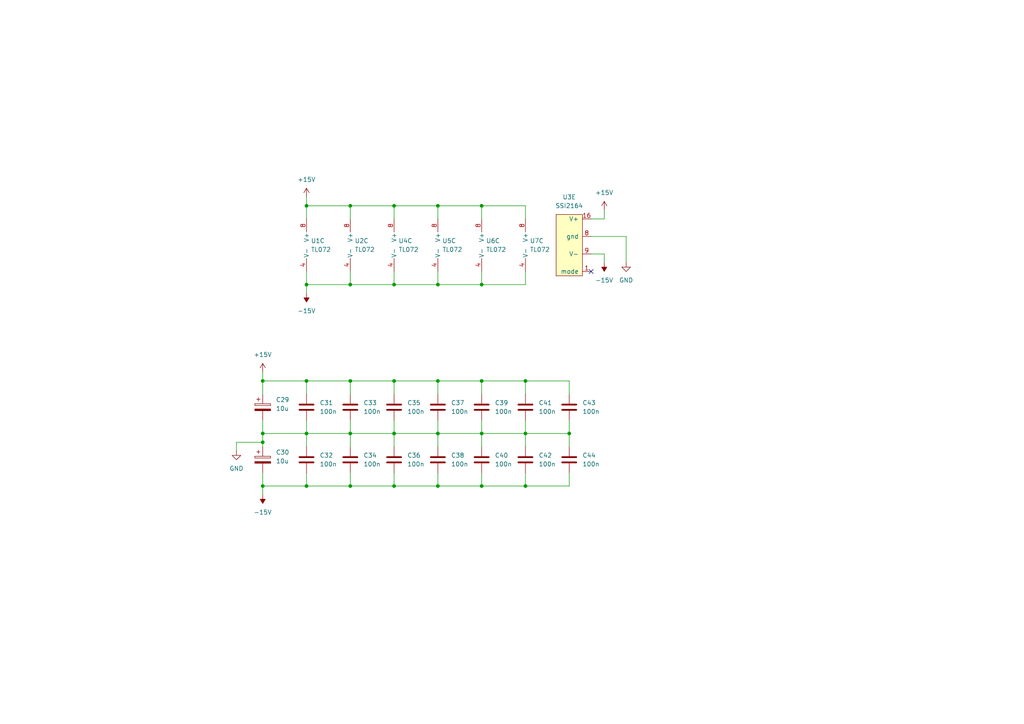
<source format=kicad_sch>
(kicad_sch (version 20230121) (generator eeschema)
  (paper "A4")
  (title_block (title "M.S.M. Stereo Lowpass Filter Pedal") (date "2022-06-16") (rev "0") (comment 2 "creativecommons.org/licenses/by/4.0") (comment 3 "License: CC by 4.0") (comment 4 "Author: Jordan Aceto"))
  (lib_symbols
    (symbol "Amplifier_Operational:TL072" (pin_names (offset 0.127))
      (property "Reference" "U" (at 0 5.08 0))
      (property "Value" "TL072" (at 0 -5.08 0))
      (symbol "TL072_1_1"
        (polyline (pts (xy -5.08 5.08) (xy 5.08 0) (xy -5.08 -5.08) (xy -5.08 5.08)) (stroke (width 0.254)) (fill (type background)))
        (pin output line (at 7.62 0 180) (length 2.54) (name "~") (number "1"))
        (pin input line (at -7.62 -2.54 0) (length 2.54) (name "-") (number "2"))
        (pin input line (at -7.62 2.54 0) (length 2.54) (name "+") (number "3"))
      )
      (symbol "TL072_2_1"
        (polyline (pts (xy -5.08 5.08) (xy 5.08 0) (xy -5.08 -5.08) (xy -5.08 5.08)) (stroke (width 0.254)) (fill (type background)))
        (pin input line (at -7.62 2.54 0) (length 2.54) (name "+") (number "5"))
        (pin input line (at -7.62 -2.54 0) (length 2.54) (name "-") (number "6"))
        (pin output line (at 7.62 0 180) (length 2.54) (name "~") (number "7"))
      )
      (symbol "TL072_3_1"
        (pin power_in line (at -2.54 -7.62 90) (length 3.81) (name "V-") (number "4"))
        (pin power_in line (at -2.54 7.62 270) (length 3.81) (name "V+") (number "8"))
      )
    )
    (symbol "Device:C" (pin_numbers hide) (pin_names (offset 0.254))
      (property "Reference" "C" (at 0.635 2.54 0))
      (property "Value" "C" (at 0.635 -2.54 0))
      (symbol "C_0_1"
        (polyline (pts (xy -2.032 -0.762) (xy 2.032 -0.762)) (stroke (width 0.508)))
        (polyline (pts (xy -2.032 0.762) (xy 2.032 0.762)) (stroke (width 0.508)))
      )
      (symbol "C_1_1"
        (pin passive line (at 0 3.81 270) (length 2.794) (name "~") (number "1"))
        (pin passive line (at 0 -3.81 90) (length 2.794) (name "~") (number "2"))
      )
    )
    (symbol "Device:C_Polarized" (pin_numbers hide) (pin_names (offset 0.254))
      (property "Reference" "C" (at 0.635 2.54 0))
      (property "Value" "C_Polarized" (at 0.635 -2.54 0))
      (symbol "C_Polarized_0_1"
        (rectangle (start -2.286 0.508) (end 2.286 1.016))
        (polyline (pts (xy -1.778 2.286) (xy -0.762 2.286)))
        (polyline (pts (xy -1.27 2.794) (xy -1.27 1.778)))
        (rectangle (start 2.286 -0.508) (end -2.286 -1.016) (fill (type outline)))
      )
      (symbol "C_Polarized_1_1"
        (pin passive line (at 0 3.81 270) (length 2.794) (name "~") (number "1"))
        (pin passive line (at 0 -3.81 90) (length 2.794) (name "~") (number "2"))
      )
    )
    (symbol "custom_symbols:SSI2164" (pin_names (offset 1.016))
      (property "Reference" "U?" (at 2.54 10.16 0))
      (property "Value" "SSI2164" (at 2.54 7.62 0))
      (symbol "SSI2164_1_1"
        (rectangle (start -5.08 5.08) (end 5.08 -5.08) (fill (type background)))
        (polyline (pts (xy 5.08 5.08) (xy -5.08 -5.08)))
        (polyline (pts (xy 5.08 5.08) (xy 10.16 0) (xy 5.08 -5.08) (xy -5.08 5.08)) (fill (type background)))
        (pin input line (at -7.62 0 0) (length 2.54) (name "~") (number "2"))
        (pin input line (at 0 -7.62 90) (length 2.54) (name "~") (number "3"))
        (pin output line (at 12.7 0 180) (length 2.54) (name "~") (number "4"))
      )
      (symbol "SSI2164_2_1"
        (rectangle (start -5.08 5.08) (end 5.08 -5.08) (fill (type background)))
        (polyline (pts (xy 5.08 5.08) (xy -5.08 -5.08)))
        (polyline (pts (xy 5.08 5.08) (xy 10.16 0) (xy 5.08 -5.08) (xy -5.08 5.08)) (fill (type background)))
        (pin output line (at 12.7 0 180) (length 2.54) (name "~") (number "5"))
        (pin input line (at 0 -7.62 90) (length 2.54) (name "~") (number "6"))
        (pin input line (at -7.62 0 0) (length 2.54) (name "~") (number "7"))
      )
      (symbol "SSI2164_3_1"
        (rectangle (start -5.08 5.08) (end 5.08 -5.08) (fill (type background)))
        (polyline (pts (xy 5.08 5.08) (xy -5.08 -5.08)))
        (polyline (pts (xy 5.08 5.08) (xy 10.16 0) (xy 5.08 -5.08) (xy -5.08 5.08)) (fill (type background)))
        (pin input line (at -7.62 0 0) (length 2.54) (name "~") (number "10"))
        (pin input line (at 0 -7.62 90) (length 2.54) (name "~") (number "11"))
        (pin output line (at 12.7 0 180) (length 2.54) (name "~") (number "12"))
      )
      (symbol "SSI2164_4_1"
        (rectangle (start -5.08 5.08) (end 5.08 -5.08) (fill (type background)))
        (polyline (pts (xy 5.08 5.08) (xy -5.08 -5.08)))
        (polyline (pts (xy 5.08 5.08) (xy 10.16 0) (xy 5.08 -5.08) (xy -5.08 5.08)) (fill (type background)))
        (pin output line (at 12.7 0 180) (length 2.54) (name "~") (number "13"))
        (pin input line (at 0 -7.62 90) (length 2.54) (name "~") (number "14"))
        (pin input line (at -7.62 0 0) (length 2.54) (name "~") (number "15"))
      )
      (symbol "SSI2164_5_1"
        (rectangle (start 2.54 6.35) (end -5.08 -11.43) (fill (type background)))
        (pin input line (at 5.08 -10.16 180) (length 2.54) (name "mode") (number "1"))
        (pin power_in line (at 5.08 5.08 180) (length 2.54) (name "V+") (number "16"))
        (pin power_in line (at 5.08 0 180) (length 2.54) (name "gnd") (number "8"))
        (pin power_in line (at 5.08 -5.08 180) (length 2.54) (name "V-") (number "9"))
      )
    )
    (symbol "power:+15V" (power) (pin_names (offset 0))
      (property "Value" "+15V" (at 0 3.556 0))
      (symbol "+15V_0_1"
        (polyline (pts (xy -0.762 1.27) (xy 0 2.54)))
        (polyline (pts (xy 0 0) (xy 0 2.54)))
        (polyline (pts (xy 0 2.54) (xy 0.762 1.27)))
      )
      (symbol "+15V_1_1"
        (pin power_in line (at 0 0 90) (length 0) hide (name "+15V") (number "1"))
      )
    )
    (symbol "power:-15V" (power) (pin_names (offset 0))
      (property "Value" "-15V" (at 0 3.81 0))
      (symbol "-15V_0_0"
        (pin power_in line (at 0 0 90) (length 0) hide (name "-15V") (number "1"))
      )
      (symbol "-15V_0_1"
        (polyline (pts (xy 0 0) (xy 0 1.27) (xy 0.762 1.27) (xy 0 2.54) (xy -0.762 1.27) (xy 0 1.27)) (fill (type outline)))
      )
    )
    (symbol "power:GND" (power) (pin_names (offset 0))
      (property "Value" "GND" (at 0 -3.81 0))
      (symbol "GND_0_1"
        (polyline (pts (xy 0 0) (xy 0 -1.27) (xy 1.27 -1.27) (xy 0 -2.54) (xy -1.27 -1.27) (xy 0 -1.27)))
      )
      (symbol "GND_1_1"
        (pin power_in line (at 0 0 270) (length 0) hide (name "GND") (number "1"))
      )
    )
  )
  (junction (at 127 110.49))
  (junction (at 139.7 110.49))
  (junction (at 76.2 125.73))
  (junction (at 101.6 82.55))
  (junction (at 152.4 140.97))
  (junction (at 114.3 82.55))
  (junction (at 127 140.97))
  (junction (at 88.9 59.69))
  (junction (at 114.3 140.97))
  (junction (at 101.6 125.73))
  (junction (at 139.7 82.55))
  (junction (at 165.1 125.73))
  (junction (at 139.7 59.69))
  (junction (at 88.9 110.49))
  (junction (at 101.6 140.97))
  (junction (at 127 59.69))
  (junction (at 127 125.73))
  (junction (at 114.3 125.73))
  (junction (at 139.7 140.97))
  (junction (at 88.9 125.73))
  (junction (at 76.2 128.27))
  (junction (at 76.2 140.97))
  (junction (at 101.6 110.49))
  (junction (at 127 82.55))
  (junction (at 152.4 125.73))
  (junction (at 76.2 110.49))
  (junction (at 101.6 59.69))
  (junction (at 88.9 140.97))
  (junction (at 139.7 125.73))
  (junction (at 114.3 59.69))
  (junction (at 152.4 110.49))
  (junction (at 114.3 110.49))
  (junction (at 88.9 82.55))
  (no_connect (at 171.45 78.74))
  (wire (pts (xy 76.2 107.95) (xy 76.2 110.49)))
  (wire (pts (xy 152.4 59.69) (xy 152.4 63.5)))
  (wire (pts (xy 88.9 110.49) (xy 88.9 114.3)))
  (wire (pts (xy 114.3 140.97) (xy 114.3 137.16)))
  (wire (pts (xy 114.3 59.69) (xy 114.3 63.5)))
  (wire (pts (xy 139.7 82.55) (xy 152.4 82.55)))
  (wire (pts (xy 139.7 140.97) (xy 127 140.97)))
  (wire (pts (xy 68.58 128.27) (xy 76.2 128.27)))
  (wire (pts (xy 175.26 60.96) (xy 175.26 63.5)))
  (wire (pts (xy 152.4 59.69) (xy 139.7 59.69)))
  (wire (pts (xy 152.4 125.73) (xy 152.4 121.92)))
  (wire (pts (xy 165.1 140.97) (xy 165.1 137.16)))
  (wire (pts (xy 114.3 82.55) (xy 114.3 78.74)))
  (wire (pts (xy 127 82.55) (xy 139.7 82.55)))
  (wire (pts (xy 165.1 125.73) (xy 165.1 129.54)))
  (wire (pts (xy 165.1 110.49) (xy 165.1 114.3)))
  (wire (pts (xy 101.6 125.73) (xy 101.6 129.54)))
  (wire (pts (xy 171.45 73.66) (xy 175.26 73.66)))
  (wire (pts (xy 114.3 125.73) (xy 114.3 121.92)))
  (wire (pts (xy 165.1 110.49) (xy 152.4 110.49)))
  (wire (pts (xy 76.2 121.92) (xy 76.2 125.73)))
  (wire (pts (xy 152.4 125.73) (xy 139.7 125.73)))
  (wire (pts (xy 114.3 125.73) (xy 101.6 125.73)))
  (wire (pts (xy 171.45 63.5) (xy 175.26 63.5)))
  (wire (pts (xy 114.3 110.49) (xy 101.6 110.49)))
  (wire (pts (xy 114.3 110.49) (xy 114.3 114.3)))
  (wire (pts (xy 181.61 76.2) (xy 181.61 68.58)))
  (wire (pts (xy 101.6 59.69) (xy 88.9 59.69)))
  (wire (pts (xy 101.6 140.97) (xy 101.6 137.16)))
  (wire (pts (xy 139.7 59.69) (xy 127 59.69)))
  (wire (pts (xy 101.6 82.55) (xy 101.6 78.74)))
  (wire (pts (xy 127 110.49) (xy 127 114.3)))
  (wire (pts (xy 76.2 140.97) (xy 76.2 143.51)))
  (wire (pts (xy 127 140.97) (xy 127 137.16)))
  (wire (pts (xy 76.2 110.49) (xy 88.9 110.49)))
  (wire (pts (xy 127 59.69) (xy 114.3 59.69)))
  (wire (pts (xy 88.9 140.97) (xy 76.2 140.97)))
  (wire (pts (xy 88.9 125.73) (xy 88.9 129.54)))
  (wire (pts (xy 76.2 114.3) (xy 76.2 110.49)))
  (wire (pts (xy 88.9 82.55) (xy 101.6 82.55)))
  (wire (pts (xy 101.6 140.97) (xy 88.9 140.97)))
  (wire (pts (xy 175.26 73.66) (xy 175.26 76.2)))
  (wire (pts (xy 101.6 125.73) (xy 88.9 125.73)))
  (wire (pts (xy 152.4 140.97) (xy 139.7 140.97)))
  (wire (pts (xy 127 125.73) (xy 127 129.54)))
  (wire (pts (xy 114.3 125.73) (xy 114.3 129.54)))
  (wire (pts (xy 76.2 125.73) (xy 88.9 125.73)))
  (wire (pts (xy 88.9 140.97) (xy 88.9 137.16)))
  (wire (pts (xy 114.3 59.69) (xy 101.6 59.69)))
  (wire (pts (xy 127 110.49) (xy 114.3 110.49)))
  (wire (pts (xy 76.2 128.27) (xy 76.2 125.73)))
  (wire (pts (xy 127 59.69) (xy 127 63.5)))
  (wire (pts (xy 88.9 82.55) (xy 88.9 85.09)))
  (wire (pts (xy 181.61 68.58) (xy 171.45 68.58)))
  (wire (pts (xy 127 125.73) (xy 127 121.92)))
  (wire (pts (xy 101.6 82.55) (xy 114.3 82.55)))
  (wire (pts (xy 114.3 82.55) (xy 127 82.55)))
  (wire (pts (xy 68.58 130.81) (xy 68.58 128.27)))
  (wire (pts (xy 127 82.55) (xy 127 78.74)))
  (wire (pts (xy 76.2 137.16) (xy 76.2 140.97)))
  (wire (pts (xy 165.1 125.73) (xy 165.1 121.92)))
  (wire (pts (xy 139.7 125.73) (xy 139.7 129.54)))
  (wire (pts (xy 139.7 125.73) (xy 127 125.73)))
  (wire (pts (xy 139.7 59.69) (xy 139.7 63.5)))
  (wire (pts (xy 101.6 125.73) (xy 101.6 121.92)))
  (wire (pts (xy 165.1 125.73) (xy 152.4 125.73)))
  (wire (pts (xy 139.7 110.49) (xy 139.7 114.3)))
  (wire (pts (xy 139.7 82.55) (xy 139.7 78.74)))
  (wire (pts (xy 139.7 140.97) (xy 139.7 137.16)))
  (wire (pts (xy 88.9 57.15) (xy 88.9 59.69)))
  (wire (pts (xy 88.9 78.74) (xy 88.9 82.55)))
  (wire (pts (xy 139.7 110.49) (xy 127 110.49)))
  (wire (pts (xy 76.2 129.54) (xy 76.2 128.27)))
  (wire (pts (xy 152.4 140.97) (xy 152.4 137.16)))
  (wire (pts (xy 101.6 110.49) (xy 101.6 114.3)))
  (wire (pts (xy 152.4 110.49) (xy 139.7 110.49)))
  (wire (pts (xy 101.6 59.69) (xy 101.6 63.5)))
  (wire (pts (xy 114.3 125.73) (xy 127 125.73)))
  (wire (pts (xy 127 140.97) (xy 114.3 140.97)))
  (wire (pts (xy 152.4 110.49) (xy 152.4 114.3)))
  (wire (pts (xy 114.3 140.97) (xy 101.6 140.97)))
  (wire (pts (xy 165.1 140.97) (xy 152.4 140.97)))
  (wire (pts (xy 152.4 82.55) (xy 152.4 78.74)))
  (wire (pts (xy 88.9 59.69) (xy 88.9 63.5)))
  (wire (pts (xy 101.6 110.49) (xy 88.9 110.49)))
  (wire (pts (xy 152.4 125.73) (xy 152.4 129.54)))
  (wire (pts (xy 88.9 125.73) (xy 88.9 121.92)))
  (wire (pts (xy 139.7 125.73) (xy 139.7 121.92)))
  (symbol (lib_id "Device:C") (at 127 133.35 0) (unit 1)
    (property "Reference" "C38" (at 130.81 132.0799 0) (effects (justify left)))
    (property "Value" "100n" (at 130.81 134.6199 0) (effects (justify left)))
    (property "Footprint" "Capacitor_SMD:C_0805_2012Metric" (effects hide))
  )
  (symbol (lib_id "Amplifier_Operational:TL072") (at 91.44 71.12 0) (unit 3)
    (property "Reference" "U1" (at 90.17 69.8499 0) (effects (justify left)))
    (property "Value" "TL072" (at 90.17 72.3899 0) (effects (justify left)))
    (property "Footprint" "Package_SO:SOIC-8_3.9x4.9mm_P1.27mm" (effects hide))
    (property "Datasheet" "http://www.ti.com/lit/ds/symlink/tl071.pdf" (effects hide))
  )
  (symbol (lib_id "power:-15V") (at 175.26 76.2 180) (unit 1)
    (property "Reference" "#PWR021" (effects hide))
    (property "Value" "-15V" (at 175.26 81.28 0))
  )
  (symbol (lib_id "power:GND") (at 181.61 76.2 0) (unit 1)
    (property "Reference" "#PWR022" (effects hide))
    (property "Value" "GND" (at 181.61 81.28 0))
  )
  (symbol (lib_id "Device:C") (at 152.4 133.35 0) (unit 1)
    (property "Reference" "C42" (at 156.21 132.0799 0) (effects (justify left)))
    (property "Value" "100n" (at 156.21 134.6199 0) (effects (justify left)))
    (property "Footprint" "Capacitor_SMD:C_0805_2012Metric" (effects hide))
  )
  (symbol (lib_id "Device:C") (at 139.7 118.11 0) (unit 1)
    (property "Reference" "C39" (at 143.51 116.8399 0) (effects (justify left)))
    (property "Value" "100n" (at 143.51 119.3799 0) (effects (justify left)))
    (property "Footprint" "Capacitor_SMD:C_0805_2012Metric" (effects hide))
  )
  (symbol (lib_id "Amplifier_Operational:TL072") (at 104.14 71.12 0) (unit 3)
    (property "Reference" "U2" (at 102.87 69.8499 0) (effects (justify left)))
    (property "Value" "TL072" (at 102.87 72.3899 0) (effects (justify left)))
    (property "Footprint" "Package_SO:SOIC-8_3.9x4.9mm_P1.27mm" (effects hide))
    (property "Datasheet" "http://www.ti.com/lit/ds/symlink/tl071.pdf" (effects hide))
  )
  (symbol (lib_id "Amplifier_Operational:TL072") (at 129.54 71.12 0) (unit 3)
    (property "Reference" "U5" (at 128.27 69.8499 0) (effects (justify left)))
    (property "Value" "TL072" (at 128.27 72.3899 0) (effects (justify left)))
    (property "Footprint" "Package_SO:SOIC-8_3.9x4.9mm_P1.27mm" (effects hide))
    (property "Datasheet" "http://www.ti.com/lit/ds/symlink/tl071.pdf" (effects hide))
  )
  (symbol (lib_id "Device:C") (at 101.6 133.35 0) (unit 1)
    (property "Reference" "C34" (at 105.41 132.0799 0) (effects (justify left)))
    (property "Value" "100n" (at 105.41 134.6199 0) (effects (justify left)))
    (property "Footprint" "Capacitor_SMD:C_0805_2012Metric" (effects hide))
  )
  (symbol (lib_id "Device:C") (at 165.1 133.35 0) (unit 1)
    (property "Reference" "C44" (at 168.91 132.0799 0) (effects (justify left)))
    (property "Value" "100n" (at 168.91 134.6199 0) (effects (justify left)))
    (property "Footprint" "Capacitor_SMD:C_0805_2012Metric" (effects hide))
  )
  (symbol (lib_id "Device:C") (at 88.9 118.11 0) (unit 1)
    (property "Reference" "C31" (at 92.71 116.8399 0) (effects (justify left)))
    (property "Value" "100n" (at 92.71 119.3799 0) (effects (justify left)))
    (property "Footprint" "Capacitor_SMD:C_0805_2012Metric" (effects hide))
  )
  (symbol (lib_id "power:+15V") (at 88.9 57.15 0) (unit 1)
    (property "Reference" "#PWR019" (effects hide))
    (property "Value" "+15V" (at 88.9 52.07 0))
  )
  (symbol (lib_id "Device:C") (at 127 118.11 0) (unit 1)
    (property "Reference" "C37" (at 130.81 116.8399 0) (effects (justify left)))
    (property "Value" "100n" (at 130.81 119.3799 0) (effects (justify left)))
    (property "Footprint" "Capacitor_SMD:C_0805_2012Metric" (effects hide))
  )
  (symbol (lib_id "power:+15V") (at 76.2 107.95 0) (unit 1)
    (property "Reference" "#PWR024" (effects hide))
    (property "Value" "+15V" (at 76.2 102.87 0))
  )
  (symbol (lib_id "power:-15V") (at 76.2 143.51 180) (unit 1)
    (property "Reference" "#PWR025" (effects hide))
    (property "Value" "-15V" (at 76.2 148.59 0))
  )
  (symbol (lib_id "power:GND") (at 68.58 130.81 0) (unit 1)
    (property "Reference" "#PWR0153" (effects hide))
    (property "Value" "GND" (at 68.58 135.89 0))
  )
  (symbol (lib_id "Device:C") (at 101.6 118.11 0) (unit 1)
    (property "Reference" "C33" (at 105.41 116.8399 0) (effects (justify left)))
    (property "Value" "100n" (at 105.41 119.3799 0) (effects (justify left)))
    (property "Footprint" "Capacitor_SMD:C_0805_2012Metric" (effects hide))
  )
  (symbol (lib_id "power:-15V") (at 88.9 85.09 180) (unit 1)
    (property "Reference" "#PWR023" (effects hide))
    (property "Value" "-15V" (at 88.9 90.17 0))
  )
  (symbol (lib_id "Device:C_Polarized") (at 76.2 133.35 0) (unit 1)
    (property "Reference" "C30" (at 80.01 131.1909 0) (effects (justify left)))
    (property "Value" "10u" (at 80.01 133.7309 0) (effects (justify left)))
    (property "Footprint" "Capacitor_THT:CP_Radial_D6.3mm_P2.50mm" (effects hide))
  )
  (symbol (lib_id "Amplifier_Operational:TL072") (at 142.24 71.12 0) (unit 3)
    (property "Reference" "U6" (at 140.97 69.8499 0) (effects (justify left)))
    (property "Value" "TL072" (at 140.97 72.3899 0) (effects (justify left)))
    (property "Footprint" "Package_SO:SOIC-8_3.9x4.9mm_P1.27mm" (effects hide))
    (property "Datasheet" "http://www.ti.com/lit/ds/symlink/tl071.pdf" (effects hide))
  )
  (symbol (lib_id "Device:C") (at 139.7 133.35 0) (unit 1)
    (property "Reference" "C40" (at 143.51 132.0799 0) (effects (justify left)))
    (property "Value" "100n" (at 143.51 134.6199 0) (effects (justify left)))
    (property "Footprint" "Capacitor_SMD:C_0805_2012Metric" (effects hide))
  )
  (symbol (lib_id "Device:C") (at 114.3 133.35 0) (unit 1)
    (property "Reference" "C36" (at 118.11 132.0799 0) (effects (justify left)))
    (property "Value" "100n" (at 118.11 134.6199 0) (effects (justify left)))
    (property "Footprint" "Capacitor_SMD:C_0805_2012Metric" (effects hide))
  )
  (symbol (lib_id "Amplifier_Operational:TL072") (at 154.94 71.12 0) (unit 3)
    (property "Reference" "U7" (at 153.67 69.8499 0) (effects (justify left)))
    (property "Value" "TL072" (at 153.67 72.3899 0) (effects (justify left)))
    (property "Footprint" "Package_SO:SOIC-8_3.9x4.9mm_P1.27mm" (effects hide))
    (property "Datasheet" "http://www.ti.com/lit/ds/symlink/tl071.pdf" (effects hide))
  )
  (symbol (lib_id "Device:C") (at 88.9 133.35 0) (unit 1)
    (property "Reference" "C32" (at 92.71 132.0799 0) (effects (justify left)))
    (property "Value" "100n" (at 92.71 134.6199 0) (effects (justify left)))
    (property "Footprint" "Capacitor_SMD:C_0805_2012Metric" (effects hide))
  )
  (symbol (lib_id "power:+15V") (at 175.26 60.96 0) (unit 1)
    (property "Reference" "#PWR020" (effects hide))
    (property "Value" "+15V" (at 175.26 55.88 0))
  )
  (symbol (lib_id "custom_symbols:SSI2164") (at 166.37 68.58 0) (unit 5)
    (property "Reference" "U3" (at 165.1 57.15 0))
    (property "Value" "SSI2164" (at 165.1 59.69 0))
    (property "Footprint" "Package_SO:SO-16_3.9x9.9mm_P1.27mm" (effects hide))
  )
  (symbol (lib_id "Device:C") (at 152.4 118.11 0) (unit 1)
    (property "Reference" "C41" (at 156.21 116.8399 0) (effects (justify left)))
    (property "Value" "100n" (at 156.21 119.3799 0) (effects (justify left)))
    (property "Footprint" "Capacitor_SMD:C_0805_2012Metric" (effects hide))
  )
  (symbol (lib_id "Device:C") (at 165.1 118.11 0) (unit 1)
    (property "Reference" "C43" (at 168.91 116.8399 0) (effects (justify left)))
    (property "Value" "100n" (at 168.91 119.3799 0) (effects (justify left)))
    (property "Footprint" "Capacitor_SMD:C_0805_2012Metric" (effects hide))
  )
  (symbol (lib_id "Device:C_Polarized") (at 76.2 118.11 0) (unit 1)
    (property "Reference" "C29" (at 80.01 115.9509 0) (effects (justify left)))
    (property "Value" "10u" (at 80.01 118.4909 0) (effects (justify left)))
    (property "Footprint" "Capacitor_THT:CP_Radial_D6.3mm_P2.50mm" (effects hide))
  )
  (symbol (lib_id "Amplifier_Operational:TL072") (at 116.84 71.12 0) (unit 3)
    (property "Reference" "U4" (at 115.57 69.8499 0) (effects (justify left)))
    (property "Value" "TL072" (at 115.57 72.3899 0) (effects (justify left)))
    (property "Footprint" "Package_SO:SOIC-8_3.9x4.9mm_P1.27mm" (effects hide))
    (property "Datasheet" "http://www.ti.com/lit/ds/symlink/tl071.pdf" (effects hide))
  )
  (symbol (lib_id "Device:C") (at 114.3 118.11 0) (unit 1)
    (property "Reference" "C35" (at 118.11 116.8399 0) (effects (justify left)))
    (property "Value" "100n" (at 118.11 119.3799 0) (effects (justify left)))
    (property "Footprint" "Capacitor_SMD:C_0805_2012Metric" (effects hide))
  )
)
</source>
